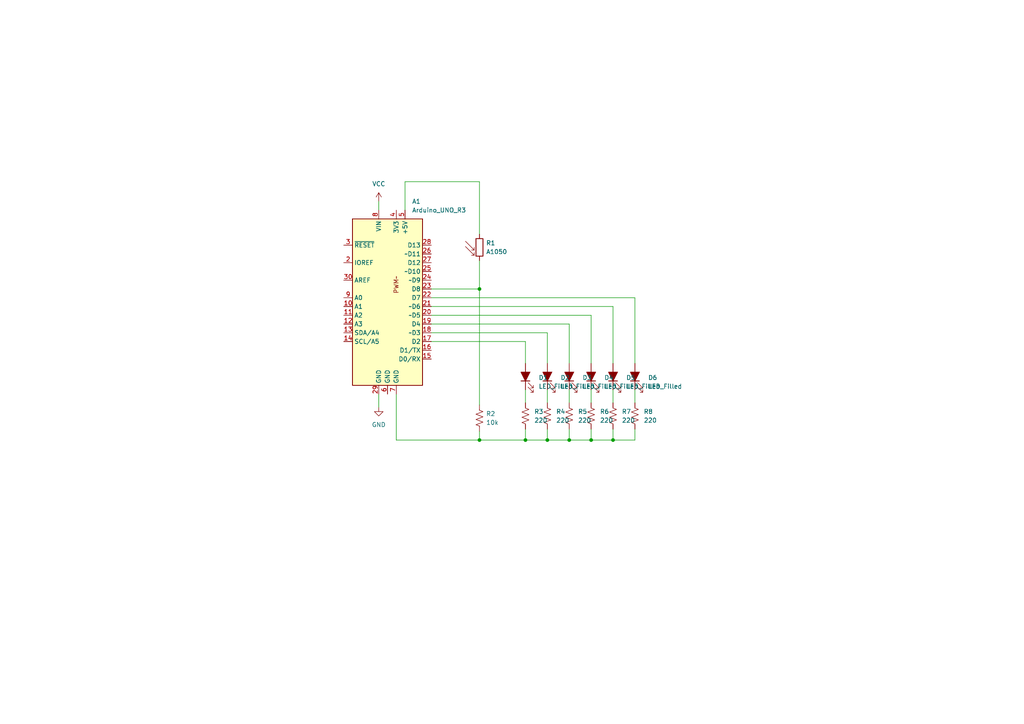
<source format=kicad_sch>
(kicad_sch (version 20211123) (generator eeschema)
  (paper "A4")
  (lib_symbols
    (symbol "Arduino:Arduino_UNO_R3"
      (property "Reference" "A" (at -10.16 23.495 0))
      (property "Value" "Arduino_UNO_R3" (at 5.08 -26.67 0))
      (symbol "Arduino_UNO_R3_0_0"
        (text "PWM~" (at 2.54 3.81 900) (effects (font (size 1.27 1.27))))
      )
      (symbol "Arduino_UNO_R3_0_1"
        (rectangle (start -10.16 22.86) (end 10.16 -25.4) (stroke (width 0.254)) (fill (type background)))
      )
      (symbol "Arduino_UNO_R3_1_1"
        (pin bidirectional line (at -12.7 -2.54 0) (length 2.54) (name "A1") (number "10"))
        (pin bidirectional line (at -12.7 -5.08 0) (length 2.54) (name "A2") (number "11"))
        (pin bidirectional line (at -12.7 -7.62 0) (length 2.54) (name "A3") (number "12"))
        (pin bidirectional line (at -12.7 -10.16 0) (length 2.54) (name "SDA/A4") (number "13"))
        (pin bidirectional line (at -12.7 -12.7 0) (length 2.54) (name "SCL/A5") (number "14"))
        (pin bidirectional line (at 12.7 -17.78 180) (length 2.54) (name "D0/RX") (number "15"))
        (pin bidirectional line (at 12.7 -15.24 180) (length 2.54) (name "D1/TX") (number "16"))
        (pin bidirectional line (at 12.7 -12.7 180) (length 2.54) (name "D2") (number "17"))
        (pin bidirectional line (at 12.7 -10.16 180) (length 2.54) (name "~D3") (number "18"))
        (pin bidirectional line (at 12.7 -7.62 180) (length 2.54) (name "D4") (number "19"))
        (pin output line (at -12.7 10.16 0) (length 2.54) (name "IOREF") (number "2"))
        (pin bidirectional line (at 12.7 -5.08 180) (length 2.54) (name "~D5") (number "20"))
        (pin bidirectional line (at 12.7 -2.54 180) (length 2.54) (name "~D6") (number "21"))
        (pin bidirectional line (at 12.7 0 180) (length 2.54) (name "D7") (number "22"))
        (pin bidirectional line (at 12.7 2.54 180) (length 2.54) (name "D8") (number "23"))
        (pin bidirectional line (at 12.7 5.08 180) (length 2.54) (name "~D9") (number "24"))
        (pin bidirectional line (at 12.7 7.62 180) (length 2.54) (name "~D10") (number "25"))
        (pin bidirectional line (at 12.7 12.7 180) (length 2.54) (name "~D11") (number "26"))
        (pin bidirectional line (at 12.7 10.16 180) (length 2.54) (name "D12") (number "27"))
        (pin bidirectional line (at 12.7 15.24 180) (length 2.54) (name "D13") (number "28"))
        (pin power_in line (at -2.54 -27.94 90) (length 2.54) (name "GND") (number "29"))
        (pin input line (at -12.7 15.24 0) (length 2.54) (name "~{RESET}") (number "3"))
        (pin input line (at -12.7 5.08 0) (length 2.54) (name "AREF") (number "30"))
        (pin power_out line (at 2.54 25.4 270) (length 2.54) (name "3V3") (number "4"))
        (pin power_out line (at 5.08 25.4 270) (length 2.54) (name "+5V") (number "5"))
        (pin power_in line (at 0 -27.94 90) (length 2.54) (name "GND") (number "6"))
        (pin power_in line (at 2.54 -27.94 90) (length 2.54) (name "GND") (number "7"))
        (pin power_in line (at -2.54 25.4 270) (length 2.54) (name "VIN") (number "8"))
        (pin bidirectional line (at -12.7 0 0) (length 2.54) (name "A0") (number "9"))
      )
    )
    (symbol "Device:LED_Filled" (pin_numbers hide) (pin_names (offset 1.016) hide)
      (property "Reference" "D" (at 0 2.54 0))
      (property "Value" "LED_Filled" (at 0 -2.54 0))
      (symbol "LED_Filled_0_1"
        (polyline (pts (xy -1.27 -1.27) (xy -1.27 1.27)) (stroke (width 0.254)))
        (polyline (pts (xy -1.27 0) (xy 1.27 0)))
        (polyline (pts (xy 1.27 -1.27) (xy 1.27 1.27) (xy -1.27 0) (xy 1.27 -1.27)) (stroke (width 0.254)) (fill (type outline)))
        (polyline (pts (xy -3.048 -0.762) (xy -4.572 -2.286) (xy -3.81 -2.286) (xy -4.572 -2.286) (xy -4.572 -1.524)))
        (polyline (pts (xy -1.778 -0.762) (xy -3.302 -2.286) (xy -2.54 -2.286) (xy -3.302 -2.286) (xy -3.302 -1.524)))
      )
      (symbol "LED_Filled_1_1"
        (pin passive line (at -3.81 0 0) (length 2.54) (name "K") (number "1"))
        (pin passive line (at 3.81 0 180) (length 2.54) (name "A") (number "2"))
      )
    )
    (symbol "Device:R_US" (pin_numbers hide) (pin_names (offset 0))
      (property "Reference" "R" (at 2.54 0 90))
      (property "Value" "R_US" (at -2.54 0 90))
      (symbol "R_US_0_1"
        (polyline (pts (xy 0 -2.286) (xy 0 -2.54)))
        (polyline (pts (xy 0 2.286) (xy 0 2.54)))
        (polyline (pts (xy 0 -0.762) (xy 1.016 -1.143) (xy 0 -1.524) (xy -1.016 -1.905) (xy 0 -2.286)))
        (polyline (pts (xy 0 0.762) (xy 1.016 0.381) (xy 0 0) (xy -1.016 -0.381) (xy 0 -0.762)))
        (polyline (pts (xy 0 2.286) (xy 1.016 1.905) (xy 0 1.524) (xy -1.016 1.143) (xy 0 0.762)))
      )
      (symbol "R_US_1_1"
        (pin passive line (at 0 3.81 270) (length 1.27) (name "~") (number "1"))
        (pin passive line (at 0 -3.81 90) (length 1.27) (name "~") (number "2"))
      )
    )
    (symbol "Sensor_Optical:A1050" (pin_numbers hide) (pin_names (offset 0))
      (property "Reference" "R" (at -5.08 0 90))
      (property "Value" "A1050" (at 1.905 0 90))
      (symbol "A1050_0_1"
        (rectangle (start -1.016 2.54) (end 1.016 -2.54) (stroke (width 0.254)))
        (polyline (pts (xy -1.524 -2.286) (xy -4.064 0.254)))
        (polyline (pts (xy -1.524 -2.286) (xy -2.286 -2.286)))
        (polyline (pts (xy -1.524 -2.286) (xy -1.524 -1.524)))
        (polyline (pts (xy -1.524 -0.762) (xy -4.064 1.778)))
        (polyline (pts (xy -1.524 -0.762) (xy -2.286 -0.762)))
        (polyline (pts (xy -1.524 -0.762) (xy -1.524 0)))
      )
      (symbol "A1050_1_1"
        (pin passive line (at 0 3.81 270) (length 1.27) (name "~") (number "1"))
        (pin passive line (at 0 -3.81 90) (length 1.27) (name "~") (number "2"))
      )
    )
    (symbol "power:GND" (power) (pin_names (offset 0))
      (property "Value" "GND" (at 0 -3.81 0))
      (symbol "GND_0_1"
        (polyline (pts (xy 0 0) (xy 0 -1.27) (xy 1.27 -1.27) (xy 0 -2.54) (xy -1.27 -1.27) (xy 0 -1.27)))
      )
      (symbol "GND_1_1"
        (pin power_in line (at 0 0 270) (length 0) hide (name "GND") (number "1"))
      )
    )
    (symbol "power:VCC" (power) (pin_names (offset 0))
      (property "Value" "VCC" (at 0 3.81 0))
      (symbol "VCC_0_1"
        (polyline (pts (xy -0.762 1.27) (xy 0 2.54)))
        (polyline (pts (xy 0 0) (xy 0 2.54)))
        (polyline (pts (xy 0 2.54) (xy 0.762 1.27)))
      )
      (symbol "VCC_1_1"
        (pin power_in line (at 0 0 90) (length 0) hide (name "VCC") (number "1"))
      )
    )
  )
  (junction (at 139.065 83.82))
  (junction (at 139.065 127.635))
  (junction (at 152.4 127.635))
  (junction (at 158.75 127.635))
  (junction (at 165.1 127.635))
  (junction (at 171.45 127.635))
  (junction (at 177.8 127.635))
  (wire (pts (xy 184.15 127.635) (xy 177.8 127.635)))
  (wire (pts (xy 125.095 83.82) (xy 139.065 83.82)))
  (wire (pts (xy 165.1 124.46) (xy 165.1 127.635)))
  (wire (pts (xy 139.065 52.705) (xy 139.065 67.945)))
  (wire (pts (xy 152.4 99.06) (xy 152.4 105.41)))
  (wire (pts (xy 171.45 127.635) (xy 165.1 127.635)))
  (wire (pts (xy 125.095 99.06) (xy 152.4 99.06)))
  (wire (pts (xy 177.8 88.9) (xy 177.8 105.41)))
  (wire (pts (xy 109.855 114.3) (xy 109.855 118.11)))
  (wire (pts (xy 125.095 93.98) (xy 165.1 93.98)))
  (wire (pts (xy 171.45 124.46) (xy 171.45 127.635)))
  (wire (pts (xy 184.15 113.03) (xy 184.15 116.84)))
  (wire (pts (xy 152.4 127.635) (xy 139.065 127.635)))
  (wire (pts (xy 139.065 125.095) (xy 139.065 127.635)))
  (wire (pts (xy 177.8 113.03) (xy 177.8 116.84)))
  (wire (pts (xy 177.8 127.635) (xy 171.45 127.635)))
  (wire (pts (xy 171.45 91.44) (xy 171.45 105.41)))
  (wire (pts (xy 184.15 124.46) (xy 184.15 127.635)))
  (wire (pts (xy 139.065 127.635) (xy 114.935 127.635)))
  (wire (pts (xy 158.75 127.635) (xy 158.75 124.46)))
  (wire (pts (xy 165.1 113.03) (xy 165.1 116.84)))
  (wire (pts (xy 165.1 93.98) (xy 165.1 105.41)))
  (wire (pts (xy 152.4 127.635) (xy 158.75 127.635)))
  (wire (pts (xy 158.75 113.03) (xy 158.75 116.84)))
  (wire (pts (xy 125.095 96.52) (xy 158.75 96.52)))
  (wire (pts (xy 184.15 86.36) (xy 184.15 105.41)))
  (wire (pts (xy 165.1 127.635) (xy 158.75 127.635)))
  (wire (pts (xy 125.095 91.44) (xy 171.45 91.44)))
  (wire (pts (xy 139.065 75.565) (xy 139.065 83.82)))
  (wire (pts (xy 139.065 83.82) (xy 139.065 117.475)))
  (wire (pts (xy 152.4 113.03) (xy 152.4 116.84)))
  (wire (pts (xy 171.45 113.03) (xy 171.45 116.84)))
  (wire (pts (xy 177.8 124.46) (xy 177.8 127.635)))
  (wire (pts (xy 109.855 58.42) (xy 109.855 60.96)))
  (wire (pts (xy 177.8 88.9) (xy 125.095 88.9)))
  (wire (pts (xy 117.475 52.705) (xy 139.065 52.705)))
  (wire (pts (xy 114.935 127.635) (xy 114.935 114.3)))
  (wire (pts (xy 158.75 96.52) (xy 158.75 105.41)))
  (wire (pts (xy 117.475 60.96) (xy 117.475 52.705)))
  (wire (pts (xy 125.095 86.36) (xy 184.15 86.36)))
  (wire (pts (xy 152.4 124.46) (xy 152.4 127.635)))
  (symbol (lib_id "Sensor_Optical:A1050") (at 139.065 71.755 0) (unit 1)
    (property "Reference" "R1" (at 140.97 70.4849 0) (effects (justify left)))
    (property "Value" "A1050" (at 140.97 73.0249 0) (effects (justify left)))
    (property "Footprint" "OptoDevice:R_LDR_D6.4mm_P3.4mm_Vertical" (effects hide))
    (property "Datasheet" "http://cdn-reichelt.de/documents/datenblatt/A500/A106012.pdf" (effects hide))
  )
  (symbol (lib_id "Device:R_US") (at 171.45 120.65 0) (unit 1)
    (property "Reference" "R6" (at 173.99 119.3799 0) (effects (justify left)))
    (property "Value" "220" (at 173.99 121.9199 0) (effects (justify left)))
  )
  (symbol (lib_id "Device:LED_Filled") (at 171.45 109.22 90) (unit 1)
    (property "Reference" "D4" (at 175.26 109.5374 90) (effects (justify right)))
    (property "Value" "LED_Filled" (at 175.26 112.0774 90) (effects (justify right)))
  )
  (symbol (lib_id "Device:R_US") (at 139.065 121.285 0) (unit 1)
    (property "Reference" "R2" (at 140.97 120.0149 0) (effects (justify left)))
    (property "Value" "10k" (at 140.97 122.5549 0) (effects (justify left)))
  )
  (symbol (lib_id "Device:R_US") (at 184.15 120.65 0) (unit 1)
    (property "Reference" "R8" (at 186.69 119.3799 0) (effects (justify left)))
    (property "Value" "220" (at 186.69 121.9199 0) (effects (justify left)))
  )
  (symbol (lib_id "Arduino:Arduino_UNO_R3") (at 112.395 86.36 0) (unit 1)
    (property "Reference" "A1" (at 119.4944 58.42 0) (effects (justify left)))
    (property "Value" "Arduino_UNO_R3" (at 119.4944 60.96 0) (effects (justify left)))
    (property "Footprint" "Module:Arduino_UNO_R3" (effects hide))
    (property "Datasheet" "https://www.arduino.cc/en/Main/arduinoBoardUno" (effects hide))
  )
  (symbol (lib_id "Device:LED_Filled") (at 177.8 109.22 90) (unit 1)
    (property "Reference" "D5" (at 181.61 109.5374 90) (effects (justify right)))
    (property "Value" "LED_Filled" (at 181.61 112.0774 90) (effects (justify right)))
  )
  (symbol (lib_id "Device:R_US") (at 165.1 120.65 0) (unit 1)
    (property "Reference" "R5" (at 167.64 119.3799 0) (effects (justify left)))
    (property "Value" "220" (at 167.64 121.9199 0) (effects (justify left)))
  )
  (symbol (lib_id "Device:R_US") (at 158.75 120.65 0) (unit 1)
    (property "Reference" "R4" (at 161.29 119.3799 0) (effects (justify left)))
    (property "Value" "220" (at 161.29 121.9199 0) (effects (justify left)))
  )
  (symbol (lib_id "Device:R_US") (at 177.8 120.65 0) (unit 1)
    (property "Reference" "R7" (at 180.34 119.3799 0) (effects (justify left)))
    (property "Value" "220" (at 180.34 121.9199 0) (effects (justify left)))
  )
  (symbol (lib_id "Device:LED_Filled") (at 158.75 109.22 90) (unit 1)
    (property "Reference" "D2" (at 162.56 109.5374 90) (effects (justify right)))
    (property "Value" "LED_Filled" (at 162.56 112.0774 90) (effects (justify right)))
  )
  (symbol (lib_id "Device:LED_Filled") (at 165.1 109.22 90) (unit 1)
    (property "Reference" "D3" (at 168.91 109.5374 90) (effects (justify right)))
    (property "Value" "LED_Filled" (at 168.91 112.0774 90) (effects (justify right)))
  )
  (symbol (lib_id "Device:LED_Filled") (at 152.4 109.22 90) (unit 1)
    (property "Reference" "D1" (at 156.21 109.5374 90) (effects (justify right)))
    (property "Value" "LED_Filled" (at 156.21 112.0774 90) (effects (justify right)))
  )
  (symbol (lib_id "power:GND") (at 109.855 118.11 0) (unit 1)
    (property "Reference" "#PWR?" (effects hide))
    (property "Value" "GND" (at 109.855 123.19 0))
  )
  (symbol (lib_id "power:VCC") (at 109.855 58.42 0) (unit 1)
    (property "Reference" "#PWR?" (effects hide))
    (property "Value" "VCC" (at 109.855 53.34 0))
  )
  (symbol (lib_id "Device:R_US") (at 152.4 120.65 0) (unit 1)
    (property "Reference" "R3" (at 154.94 119.3799 0) (effects (justify left)))
    (property "Value" "220" (at 154.94 121.9199 0) (effects (justify left)))
  )
  (symbol (lib_id "Device:LED_Filled") (at 184.15 109.22 90) (unit 1)
    (property "Reference" "D6" (at 187.96 109.5374 90) (effects (justify right)))
    (property "Value" "LED_Filled" (at 187.96 112.0774 90) (effects (justify right)))
  )
)
</source>
